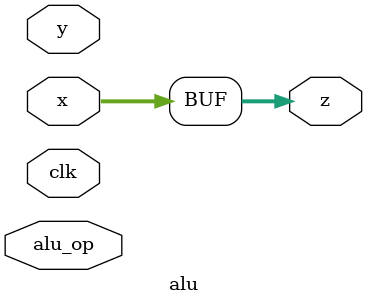
<source format=v>
module alu(clk, alu_op, x, y, z);
  input           clk;
  input           alu_op;
  input   [15:0]   x;
  input   [15:0]   y;
  output  [15:0]   z;
  
  assign z = x;
endmodule

</source>
